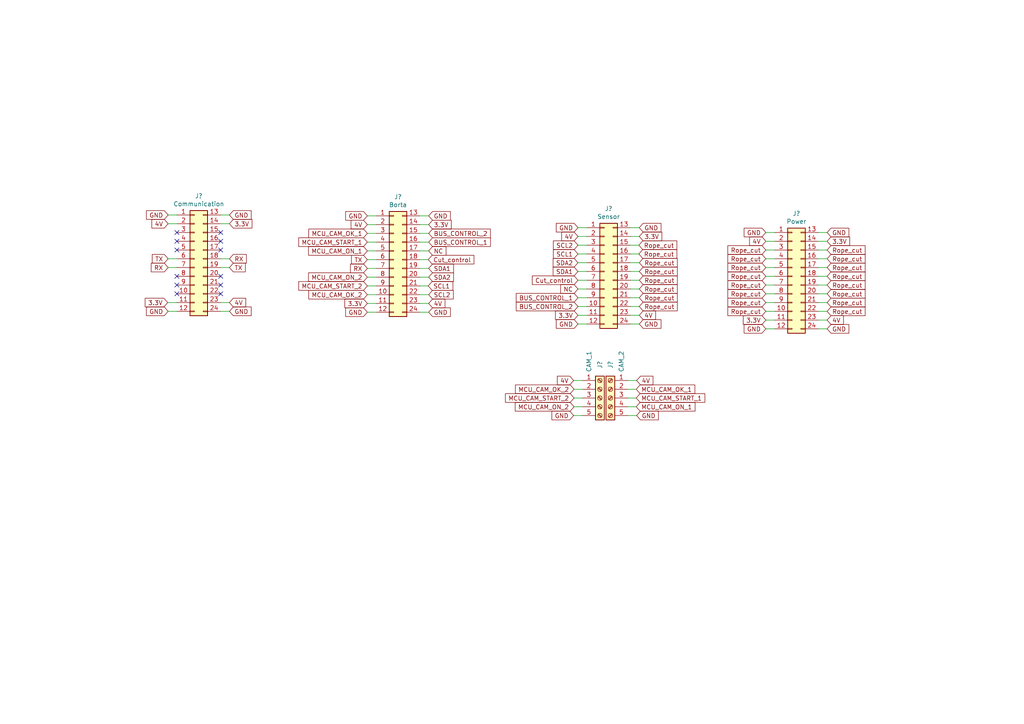
<source format=kicad_sch>
(kicad_sch (version 20211123) (generator eeschema)
  (paper "A4")
  (lib_symbols
    (symbol "Connector:Screw_Terminal_01x05" (pin_names (offset 1.016) hide)
      (property "Reference" "J" (at 0 7.62 0))
      (property "Value" "Screw_Terminal_01x05" (at 0 -7.62 0))
      (symbol "Screw_Terminal_01x05_1_1"
        (rectangle (start -1.27 6.35) (end 1.27 -6.35) (stroke (width 0.254)) (fill (type background)))
        (circle (center 0 -5.08) (radius 0.635) (stroke (width 0.1524)))
        (circle (center 0 -2.54) (radius 0.635) (stroke (width 0.1524)))
        (polyline (pts (xy -0.5334 -4.7498) (xy 0.3302 -5.588)) (stroke (width 0.1524)))
        (polyline (pts (xy -0.5334 -2.2098) (xy 0.3302 -3.048)) (stroke (width 0.1524)))
        (polyline (pts (xy -0.5334 0.3302) (xy 0.3302 -0.508)) (stroke (width 0.1524)))
        (polyline (pts (xy -0.5334 2.8702) (xy 0.3302 2.032)) (stroke (width 0.1524)))
        (polyline (pts (xy -0.5334 5.4102) (xy 0.3302 4.572)) (stroke (width 0.1524)))
        (polyline (pts (xy -0.3556 -4.572) (xy 0.508 -5.4102)) (stroke (width 0.1524)))
        (polyline (pts (xy -0.3556 -2.032) (xy 0.508 -2.8702)) (stroke (width 0.1524)))
        (polyline (pts (xy -0.3556 0.508) (xy 0.508 -0.3302)) (stroke (width 0.1524)))
        (polyline (pts (xy -0.3556 3.048) (xy 0.508 2.2098)) (stroke (width 0.1524)))
        (polyline (pts (xy -0.3556 5.588) (xy 0.508 4.7498)) (stroke (width 0.1524)))
        (circle (center 0 0) (radius 0.635) (stroke (width 0.1524)))
        (circle (center 0 2.54) (radius 0.635) (stroke (width 0.1524)))
        (circle (center 0 5.08) (radius 0.635) (stroke (width 0.1524)))
        (pin passive line (at -5.08 5.08 0) (length 3.81) (name "Pin_1") (number "1"))
        (pin passive line (at -5.08 2.54 0) (length 3.81) (name "Pin_2") (number "2"))
        (pin passive line (at -5.08 0 0) (length 3.81) (name "Pin_3") (number "3"))
        (pin passive line (at -5.08 -2.54 0) (length 3.81) (name "Pin_4") (number "4"))
        (pin passive line (at -5.08 -5.08 0) (length 3.81) (name "Pin_5") (number "5"))
      )
    )
    (symbol "Connector_Generic:Conn_02x12_Top_Bottom" (pin_names (offset 1.016) hide)
      (property "Reference" "J" (at 1.27 15.24 0))
      (property "Value" "Conn_02x12_Top_Bottom" (at 1.27 -17.78 0))
      (symbol "Conn_02x12_Top_Bottom_1_1"
        (rectangle (start -1.27 -15.113) (end 0 -15.367) (stroke (width 0.1524)))
        (rectangle (start -1.27 -12.573) (end 0 -12.827) (stroke (width 0.1524)))
        (rectangle (start -1.27 -10.033) (end 0 -10.287) (stroke (width 0.1524)))
        (rectangle (start -1.27 -7.493) (end 0 -7.747) (stroke (width 0.1524)))
        (rectangle (start -1.27 -4.953) (end 0 -5.207) (stroke (width 0.1524)))
        (rectangle (start -1.27 -2.413) (end 0 -2.667) (stroke (width 0.1524)))
        (rectangle (start -1.27 0.127) (end 0 -0.127) (stroke (width 0.1524)))
        (rectangle (start -1.27 2.667) (end 0 2.413) (stroke (width 0.1524)))
        (rectangle (start -1.27 5.207) (end 0 4.953) (stroke (width 0.1524)))
        (rectangle (start -1.27 7.747) (end 0 7.493) (stroke (width 0.1524)))
        (rectangle (start -1.27 10.287) (end 0 10.033) (stroke (width 0.1524)))
        (rectangle (start -1.27 12.827) (end 0 12.573) (stroke (width 0.1524)))
        (rectangle (start -1.27 13.97) (end 3.81 -16.51) (stroke (width 0.254)) (fill (type background)))
        (rectangle (start 3.81 -15.113) (end 2.54 -15.367) (stroke (width 0.1524)))
        (rectangle (start 3.81 -12.573) (end 2.54 -12.827) (stroke (width 0.1524)))
        (rectangle (start 3.81 -10.033) (end 2.54 -10.287) (stroke (width 0.1524)))
        (rectangle (start 3.81 -7.493) (end 2.54 -7.747) (stroke (width 0.1524)))
        (rectangle (start 3.81 -4.953) (end 2.54 -5.207) (stroke (width 0.1524)))
        (rectangle (start 3.81 -2.413) (end 2.54 -2.667) (stroke (width 0.1524)))
        (rectangle (start 3.81 0.127) (end 2.54 -0.127) (stroke (width 0.1524)))
        (rectangle (start 3.81 2.667) (end 2.54 2.413) (stroke (width 0.1524)))
        (rectangle (start 3.81 5.207) (end 2.54 4.953) (stroke (width 0.1524)))
        (rectangle (start 3.81 7.747) (end 2.54 7.493) (stroke (width 0.1524)))
        (rectangle (start 3.81 10.287) (end 2.54 10.033) (stroke (width 0.1524)))
        (rectangle (start 3.81 12.827) (end 2.54 12.573) (stroke (width 0.1524)))
        (pin passive line (at -5.08 12.7 0) (length 3.81) (name "Pin_1") (number "1"))
        (pin passive line (at -5.08 -10.16 0) (length 3.81) (name "Pin_10") (number "10"))
        (pin passive line (at -5.08 -12.7 0) (length 3.81) (name "Pin_11") (number "11"))
        (pin passive line (at -5.08 -15.24 0) (length 3.81) (name "Pin_12") (number "12"))
        (pin passive line (at 7.62 12.7 180) (length 3.81) (name "Pin_13") (number "13"))
        (pin passive line (at 7.62 10.16 180) (length 3.81) (name "Pin_14") (number "14"))
        (pin passive line (at 7.62 7.62 180) (length 3.81) (name "Pin_15") (number "15"))
        (pin passive line (at 7.62 5.08 180) (length 3.81) (name "Pin_16") (number "16"))
        (pin passive line (at 7.62 2.54 180) (length 3.81) (name "Pin_17") (number "17"))
        (pin passive line (at 7.62 0 180) (length 3.81) (name "Pin_18") (number "18"))
        (pin passive line (at 7.62 -2.54 180) (length 3.81) (name "Pin_19") (number "19"))
        (pin passive line (at -5.08 10.16 0) (length 3.81) (name "Pin_2") (number "2"))
        (pin passive line (at 7.62 -5.08 180) (length 3.81) (name "Pin_20") (number "20"))
        (pin passive line (at 7.62 -7.62 180) (length 3.81) (name "Pin_21") (number "21"))
        (pin passive line (at 7.62 -10.16 180) (length 3.81) (name "Pin_22") (number "22"))
        (pin passive line (at 7.62 -12.7 180) (length 3.81) (name "Pin_23") (number "23"))
        (pin passive line (at 7.62 -15.24 180) (length 3.81) (name "Pin_24") (number "24"))
        (pin passive line (at -5.08 7.62 0) (length 3.81) (name "Pin_3") (number "3"))
        (pin passive line (at -5.08 5.08 0) (length 3.81) (name "Pin_4") (number "4"))
        (pin passive line (at -5.08 2.54 0) (length 3.81) (name "Pin_5") (number "5"))
        (pin passive line (at -5.08 0 0) (length 3.81) (name "Pin_6") (number "6"))
        (pin passive line (at -5.08 -2.54 0) (length 3.81) (name "Pin_7") (number "7"))
        (pin passive line (at -5.08 -5.08 0) (length 3.81) (name "Pin_8") (number "8"))
        (pin passive line (at -5.08 -7.62 0) (length 3.81) (name "Pin_9") (number "9"))
      )
    )
  )
  (no_connect (at 64.008 85.217))
  (no_connect (at 51.308 80.137))
  (no_connect (at 51.308 69.977))
  (no_connect (at 64.008 69.977))
  (no_connect (at 64.008 67.437))
  (no_connect (at 64.008 80.137))
  (no_connect (at 51.308 82.677))
  (no_connect (at 51.308 85.217))
  (no_connect (at 64.008 82.677))
  (no_connect (at 51.308 67.437))
  (no_connect (at 51.308 72.517))
  (no_connect (at 64.008 72.517))
  (wire (pts (xy 184.531 112.903) (xy 182.118 112.903)))
  (wire (pts (xy 106.553 77.851) (xy 109.093 77.851)))
  (wire (pts (xy 239.903 85.217) (xy 237.363 85.217)))
  (wire (pts (xy 224.663 67.437) (xy 222.123 67.437)))
  (wire (pts (xy 48.768 62.357) (xy 51.308 62.357)))
  (wire (pts (xy 237.363 77.597) (xy 239.903 77.597)))
  (wire (pts (xy 185.293 73.66) (xy 182.88 73.66)))
  (wire (pts (xy 124.333 67.691) (xy 121.793 67.691)))
  (wire (pts (xy 237.363 87.757) (xy 239.903 87.757)))
  (wire (pts (xy 224.663 95.377) (xy 222.123 95.377)))
  (wire (pts (xy 51.308 75.057) (xy 48.768 75.057)))
  (wire (pts (xy 64.008 62.357) (xy 66.548 62.357)))
  (wire (pts (xy 185.42 88.9) (xy 182.88 88.9)))
  (wire (pts (xy 170.18 81.28) (xy 167.64 81.28)))
  (wire (pts (xy 109.093 80.391) (xy 106.553 80.391)))
  (wire (pts (xy 51.308 77.597) (xy 48.768 77.597)))
  (wire (pts (xy 106.553 88.011) (xy 109.093 88.011)))
  (wire (pts (xy 121.793 90.551) (xy 124.333 90.551)))
  (wire (pts (xy 168.91 117.983) (xy 166.497 117.983)))
  (wire (pts (xy 109.093 67.691) (xy 106.553 67.691)))
  (wire (pts (xy 66.548 87.757) (xy 64.008 87.757)))
  (wire (pts (xy 239.903 95.377) (xy 237.363 95.377)))
  (wire (pts (xy 222.123 77.597) (xy 224.663 77.597)))
  (wire (pts (xy 166.37 120.523) (xy 168.91 120.523)))
  (wire (pts (xy 239.903 90.297) (xy 237.363 90.297)))
  (wire (pts (xy 239.903 92.837) (xy 237.363 92.837)))
  (wire (pts (xy 185.42 78.74) (xy 182.88 78.74)))
  (wire (pts (xy 170.18 93.98) (xy 167.64 93.98)))
  (wire (pts (xy 182.88 86.36) (xy 185.42 86.36)))
  (wire (pts (xy 182.88 81.28) (xy 185.42 81.28)))
  (wire (pts (xy 182.88 93.98) (xy 185.42 93.98)))
  (wire (pts (xy 185.42 68.58) (xy 182.88 68.58)))
  (wire (pts (xy 182.118 117.983) (xy 184.531 117.983)))
  (wire (pts (xy 121.793 62.611) (xy 124.333 62.611)))
  (wire (pts (xy 168.91 115.443) (xy 166.497 115.443)))
  (wire (pts (xy 239.903 69.977) (xy 237.363 69.977)))
  (wire (pts (xy 166.497 112.903) (xy 168.91 112.903)))
  (wire (pts (xy 124.333 80.391) (xy 121.793 80.391)))
  (wire (pts (xy 170.18 71.12) (xy 167.64 71.12)))
  (wire (pts (xy 109.093 72.771) (xy 106.553 72.771)))
  (wire (pts (xy 167.64 68.58) (xy 170.18 68.58)))
  (wire (pts (xy 124.333 70.231) (xy 121.793 70.231)))
  (wire (pts (xy 66.548 75.057) (xy 64.008 75.057)))
  (wire (pts (xy 124.333 88.011) (xy 121.793 88.011)))
  (wire (pts (xy 121.793 85.471) (xy 124.333 85.471)))
  (wire (pts (xy 239.903 75.057) (xy 237.363 75.057)))
  (wire (pts (xy 182.88 66.04) (xy 185.42 66.04)))
  (wire (pts (xy 109.093 70.231) (xy 106.553 70.231)))
  (wire (pts (xy 222.123 82.677) (xy 224.663 82.677)))
  (wire (pts (xy 222.123 85.217) (xy 224.663 85.217)))
  (wire (pts (xy 185.42 91.44) (xy 182.88 91.44)))
  (wire (pts (xy 184.658 120.523) (xy 182.118 120.523)))
  (wire (pts (xy 167.64 76.2) (xy 170.18 76.2)))
  (wire (pts (xy 222.123 87.757) (xy 224.663 87.757)))
  (wire (pts (xy 170.18 73.66) (xy 167.64 73.66)))
  (wire (pts (xy 167.64 86.36) (xy 170.18 86.36)))
  (wire (pts (xy 106.553 75.311) (xy 109.093 75.311)))
  (wire (pts (xy 106.553 90.551) (xy 109.093 90.551)))
  (wire (pts (xy 224.663 90.297) (xy 222.123 90.297)))
  (wire (pts (xy 66.548 64.897) (xy 64.008 64.897)))
  (wire (pts (xy 185.42 76.2) (xy 182.88 76.2)))
  (wire (pts (xy 222.123 72.517) (xy 224.663 72.517)))
  (wire (pts (xy 66.548 77.597) (xy 64.008 77.597)))
  (wire (pts (xy 48.768 64.897) (xy 51.308 64.897)))
  (wire (pts (xy 106.553 65.151) (xy 109.093 65.151)))
  (wire (pts (xy 124.333 65.151) (xy 121.793 65.151)))
  (wire (pts (xy 170.18 83.82) (xy 167.64 83.82)))
  (wire (pts (xy 109.093 62.611) (xy 106.553 62.611)))
  (wire (pts (xy 185.293 71.12) (xy 182.88 71.12)))
  (wire (pts (xy 237.363 82.677) (xy 239.903 82.677)))
  (wire (pts (xy 185.42 83.82) (xy 182.88 83.82)))
  (wire (pts (xy 224.663 75.057) (xy 222.123 75.057)))
  (wire (pts (xy 222.123 69.977) (xy 224.663 69.977)))
  (wire (pts (xy 121.793 82.931) (xy 124.206 82.931)))
  (wire (pts (xy 184.658 110.363) (xy 182.118 110.363)))
  (wire (pts (xy 121.793 72.771) (xy 124.333 72.771)))
  (wire (pts (xy 237.363 72.517) (xy 239.903 72.517)))
  (wire (pts (xy 48.641 87.757) (xy 51.308 87.757)))
  (wire (pts (xy 167.64 66.04) (xy 170.18 66.04)))
  (wire (pts (xy 224.663 80.137) (xy 222.123 80.137)))
  (wire (pts (xy 167.64 91.44) (xy 170.18 91.44)))
  (wire (pts (xy 106.553 82.931) (xy 109.093 82.931)))
  (wire (pts (xy 121.793 77.851) (xy 124.333 77.851)))
  (wire (pts (xy 121.793 75.311) (xy 124.206 75.311)))
  (wire (pts (xy 109.093 85.471) (xy 106.553 85.471)))
  (wire (pts (xy 237.363 67.437) (xy 239.903 67.437)))
  (wire (pts (xy 64.008 90.297) (xy 66.548 90.297)))
  (wire (pts (xy 51.308 90.297) (xy 48.768 90.297)))
  (wire (pts (xy 182.118 115.443) (xy 184.531 115.443)))
  (wire (pts (xy 239.903 80.137) (xy 237.363 80.137)))
  (wire (pts (xy 167.64 78.74) (xy 170.18 78.74)))
  (wire (pts (xy 167.64 88.9) (xy 170.18 88.9)))
  (wire (pts (xy 166.37 110.363) (xy 168.91 110.363)))
  (wire (pts (xy 222.123 92.837) (xy 224.663 92.837)))
  (global_label "Rope_cut" (shape input) (at 239.903 82.677 0) (property "Intersheet References" "${INTERSHEET_REFS}" (effects hide)))
  (global_label "MCU_CAM_START_2" (shape input) (at 106.553 82.931 180) (property "Intersheet References" "${INTERSHEET_REFS}" (effects hide)))
  (global_label "BUS_CONTROL_1" (shape input) (at 167.64 86.36 180) (property "Intersheet References" "${INTERSHEET_REFS}" (effects hide)))
  (global_label "GND" (shape input) (at 48.768 90.297 180) (property "Intersheet References" "${INTERSHEET_REFS}" (effects hide)))
  (global_label "GND" (shape input) (at 106.553 62.611 180) (property "Intersheet References" "${INTERSHEET_REFS}" (effects hide)))
  (global_label "SCL1" (shape input) (at 167.64 73.66 180) (property "Intersheet References" "${INTERSHEET_REFS}" (effects hide)))
  (global_label "4V" (shape input) (at 166.37 110.363 180) (property "Intersheet References" "${INTERSHEET_REFS}" (effects hide)))
  (global_label "TX" (shape input) (at 48.768 75.057 180) (property "Intersheet References" "${INTERSHEET_REFS}" (effects hide)))
  (global_label "GND" (shape input) (at 124.333 62.611 0) (property "Intersheet References" "${INTERSHEET_REFS}" (effects hide)))
  (global_label "BUS_CONTROL_2" (shape input) (at 124.333 67.691 0) (property "Intersheet References" "${INTERSHEET_REFS}" (effects hide)))
  (global_label "SCL2" (shape input) (at 124.333 85.471 0) (property "Intersheet References" "${INTERSHEET_REFS}" (effects hide)))
  (global_label "Rope_cut" (shape input) (at 239.903 77.597 0) (property "Intersheet References" "${INTERSHEET_REFS}" (effects hide)))
  (global_label "GND" (shape input) (at 106.553 90.551 180) (property "Intersheet References" "${INTERSHEET_REFS}" (effects hide)))
  (global_label "Cut_control" (shape input) (at 167.64 81.28 180) (property "Intersheet References" "${INTERSHEET_REFS}" (effects hide)))
  (global_label "GND" (shape input) (at 239.903 95.377 0) (property "Intersheet References" "${INTERSHEET_REFS}" (effects hide)))
  (global_label "GND" (shape input) (at 124.333 90.551 0) (property "Intersheet References" "${INTERSHEET_REFS}" (effects hide)))
  (global_label "Rope_cut" (shape input) (at 185.42 76.2 0) (property "Intersheet References" "${INTERSHEET_REFS}" (effects hide)))
  (global_label "Rope_cut" (shape input) (at 239.903 85.217 0) (property "Intersheet References" "${INTERSHEET_REFS}" (effects hide)))
  (global_label "4V" (shape input) (at 106.553 65.151 180) (property "Intersheet References" "${INTERSHEET_REFS}" (effects hide)))
  (global_label "3.3V" (shape input) (at 239.903 69.977 0) (property "Intersheet References" "${INTERSHEET_REFS}" (effects hide)))
  (global_label "Rope_cut" (shape input) (at 222.123 75.057 180) (property "Intersheet References" "${INTERSHEET_REFS}" (effects hide)))
  (global_label "NC" (shape input) (at 124.333 72.771 0) (property "Intersheet References" "${INTERSHEET_REFS}" (effects hide)))
  (global_label "Rope_cut" (shape input) (at 185.42 86.36 0) (property "Intersheet References" "${INTERSHEET_REFS}" (effects hide)))
  (global_label "GND" (shape input) (at 222.123 67.437 180) (property "Intersheet References" "${INTERSHEET_REFS}" (effects hide)))
  (global_label "GND" (shape input) (at 66.548 90.297 0) (property "Intersheet References" "${INTERSHEET_REFS}" (effects hide)))
  (global_label "SDA2" (shape input) (at 124.333 80.391 0) (property "Intersheet References" "${INTERSHEET_REFS}" (effects hide)))
  (global_label "3.3V" (shape input) (at 167.64 91.44 180) (property "Intersheet References" "${INTERSHEET_REFS}" (effects hide)))
  (global_label "SCL1" (shape input) (at 124.206 82.931 0) (property "Intersheet References" "${INTERSHEET_REFS}" (effects hide)))
  (global_label "GND" (shape input) (at 185.42 66.04 0) (property "Intersheet References" "${INTERSHEET_REFS}" (effects hide)))
  (global_label "4V" (shape input) (at 167.64 68.58 180) (property "Intersheet References" "${INTERSHEET_REFS}" (effects hide)))
  (global_label "Cut_control" (shape input) (at 124.206 75.311 0) (property "Intersheet References" "${INTERSHEET_REFS}" (effects hide)))
  (global_label "TX" (shape input) (at 106.553 75.311 180) (property "Intersheet References" "${INTERSHEET_REFS}" (effects hide)))
  (global_label "Rope_cut" (shape input) (at 185.42 78.74 0) (property "Intersheet References" "${INTERSHEET_REFS}" (effects hide)))
  (global_label "4V" (shape input) (at 239.903 92.837 0) (property "Intersheet References" "${INTERSHEET_REFS}" (effects hide)))
  (global_label "GND" (shape input) (at 222.123 95.377 180) (property "Intersheet References" "${INTERSHEET_REFS}" (effects hide)))
  (global_label "Rope_cut" (shape input) (at 239.903 72.517 0) (property "Intersheet References" "${INTERSHEET_REFS}" (effects hide)))
  (global_label "Rope_cut" (shape input) (at 185.42 88.9 0) (property "Intersheet References" "${INTERSHEET_REFS}" (effects hide)))
  (global_label "MCU_CAM_OK_1" (shape input) (at 184.531 112.903 0) (property "Intersheet References" "${INTERSHEET_REFS}" (effects hide)))
  (global_label "Rope_cut" (shape input) (at 239.903 87.757 0) (property "Intersheet References" "${INTERSHEET_REFS}" (effects hide)))
  (global_label "MCU_CAM_OK_2" (shape input) (at 166.497 112.903 180) (property "Intersheet References" "${INTERSHEET_REFS}" (effects hide)))
  (global_label "RX" (shape input) (at 48.768 77.597 180) (property "Intersheet References" "${INTERSHEET_REFS}" (effects hide)))
  (global_label "MCU_CAM_OK_1" (shape input) (at 106.553 67.691 180) (property "Intersheet References" "${INTERSHEET_REFS}" (effects hide)))
  (global_label "Rope_cut" (shape input) (at 185.293 73.66 0) (property "Intersheet References" "${INTERSHEET_REFS}" (effects hide)))
  (global_label "Rope_cut" (shape input) (at 222.123 87.757 180) (property "Intersheet References" "${INTERSHEET_REFS}" (effects hide)))
  (global_label "SDA1" (shape input) (at 124.333 77.851 0) (property "Intersheet References" "${INTERSHEET_REFS}" (effects hide)))
  (global_label "NC" (shape input) (at 167.64 83.82 180) (property "Intersheet References" "${INTERSHEET_REFS}" (effects hide)))
  (global_label "GND" (shape input) (at 166.37 120.523 180) (property "Intersheet References" "${INTERSHEET_REFS}" (effects hide)))
  (global_label "Rope_cut" (shape input) (at 222.123 85.217 180) (property "Intersheet References" "${INTERSHEET_REFS}" (effects hide)))
  (global_label "Rope_cut" (shape input) (at 239.903 75.057 0) (property "Intersheet References" "${INTERSHEET_REFS}" (effects hide)))
  (global_label "GND" (shape input) (at 48.768 62.357 180) (property "Intersheet References" "${INTERSHEET_REFS}" (effects hide)))
  (global_label "GND" (shape input) (at 185.42 93.98 0) (property "Intersheet References" "${INTERSHEET_REFS}" (effects hide)))
  (global_label "RX" (shape input) (at 66.548 75.057 0) (property "Intersheet References" "${INTERSHEET_REFS}" (effects hide)))
  (global_label "Rope_cut" (shape input) (at 222.123 80.137 180) (property "Intersheet References" "${INTERSHEET_REFS}" (effects hide)))
  (global_label "Rope_cut" (shape input) (at 222.123 77.597 180) (property "Intersheet References" "${INTERSHEET_REFS}" (effects hide)))
  (global_label "3.3V" (shape input) (at 124.333 65.151 0) (property "Intersheet References" "${INTERSHEET_REFS}" (effects hide)))
  (global_label "3.3V" (shape input) (at 48.641 87.757 180) (property "Intersheet References" "${INTERSHEET_REFS}" (effects hide)))
  (global_label "MCU_CAM_ON_1" (shape input) (at 184.531 117.983 0) (property "Intersheet References" "${INTERSHEET_REFS}" (effects hide)))
  (global_label "4V" (shape input) (at 48.768 64.897 180) (property "Intersheet References" "${INTERSHEET_REFS}" (effects hide)))
  (global_label "BUS_CONTROL_1" (shape input) (at 124.333 70.231 0) (property "Intersheet References" "${INTERSHEET_REFS}" (effects hide)))
  (global_label "TX" (shape input) (at 66.548 77.597 0) (property "Intersheet References" "${INTERSHEET_REFS}" (effects hide)))
  (global_label "SCL2" (shape input) (at 167.64 71.12 180) (property "Intersheet References" "${INTERSHEET_REFS}" (effects hide)))
  (global_label "SDA1" (shape input) (at 167.64 78.74 180) (property "Intersheet References" "${INTERSHEET_REFS}" (effects hide)))
  (global_label "GND" (shape input) (at 167.64 66.04 180) (property "Intersheet References" "${INTERSHEET_REFS}" (effects hide)))
  (global_label "MCU_CAM_START_1" (shape input) (at 106.553 70.231 180) (property "Intersheet References" "${INTERSHEET_REFS}" (effects hide)))
  (global_label "MCU_CAM_ON_2" (shape input) (at 166.497 117.983 180) (property "Intersheet References" "${INTERSHEET_REFS}" (effects hide)))
  (global_label "MCU_CAM_START_2" (shape input) (at 166.497 115.443 180) (property "Intersheet References" "${INTERSHEET_REFS}" (effects hide)))
  (global_label "MCU_CAM_ON_1" (shape input) (at 106.553 72.771 180) (property "Intersheet References" "${INTERSHEET_REFS}" (effects hide)))
  (global_label "3.3V" (shape input) (at 185.42 68.58 0) (property "Intersheet References" "${INTERSHEET_REFS}" (effects hide)))
  (global_label "Rope_cut" (shape input) (at 185.42 81.28 0) (property "Intersheet References" "${INTERSHEET_REFS}" (effects hide)))
  (global_label "BUS_CONTROL_2" (shape input) (at 167.64 88.9 180) (property "Intersheet References" "${INTERSHEET_REFS}" (effects hide)))
  (global_label "GND" (shape input) (at 239.903 67.437 0) (property "Intersheet References" "${INTERSHEET_REFS}" (effects hide)))
  (global_label "Rope_cut" (shape input) (at 239.903 90.297 0) (property "Intersheet References" "${INTERSHEET_REFS}" (effects hide)))
  (global_label "4V" (shape input) (at 222.123 69.977 180) (property "Intersheet References" "${INTERSHEET_REFS}" (effects hide)))
  (global_label "Rope_cut" (shape input) (at 222.123 82.677 180) (property "Intersheet References" "${INTERSHEET_REFS}" (effects hide)))
  (global_label "GND" (shape input) (at 66.548 62.357 0) (property "Intersheet References" "${INTERSHEET_REFS}" (effects hide)))
  (global_label "3.3V" (shape input) (at 222.123 92.837 180) (property "Intersheet References" "${INTERSHEET_REFS}" (effects hide)))
  (global_label "Rope_cut" (shape input) (at 222.123 90.297 180) (property "Intersheet References" "${INTERSHEET_REFS}" (effects hide)))
  (global_label "Rope_cut" (shape input) (at 185.42 83.82 0) (property "Intersheet References" "${INTERSHEET_REFS}" (effects hide)))
  (global_label "4V" (shape input) (at 124.333 88.011 0) (property "Intersheet References" "${INTERSHEET_REFS}" (effects hide)))
  (global_label "GND" (shape input) (at 167.64 93.98 180) (property "Intersheet References" "${INTERSHEET_REFS}" (effects hide)))
  (global_label "Rope_cut" (shape input) (at 222.123 72.517 180) (property "Intersheet References" "${INTERSHEET_REFS}" (effects hide)))
  (global_label "MCU_CAM_OK_2" (shape input) (at 106.553 85.471 180) (property "Intersheet References" "${INTERSHEET_REFS}" (effects hide)))
  (global_label "3.3V" (shape input) (at 106.553 88.011 180) (property "Intersheet References" "${INTERSHEET_REFS}" (effects hide)))
  (global_label "Rope_cut" (shape input) (at 239.903 80.137 0) (property "Intersheet References" "${INTERSHEET_REFS}" (effects hide)))
  (global_label "3.3V" (shape input) (at 66.548 64.897 0) (property "Intersheet References" "${INTERSHEET_REFS}" (effects hide)))
  (global_label "4V" (shape input) (at 184.658 110.363 0) (property "Intersheet References" "${INTERSHEET_REFS}" (effects hide)))
  (global_label "MCU_CAM_START_1" (shape input) (at 184.531 115.443 0) (property "Intersheet References" "${INTERSHEET_REFS}" (effects hide)))
  (global_label "SDA2" (shape input) (at 167.64 76.2 180) (property "Intersheet References" "${INTERSHEET_REFS}" (effects hide)))
  (global_label "4V" (shape input) (at 66.548 87.757 0) (property "Intersheet References" "${INTERSHEET_REFS}" (effects hide)))
  (global_label "Rope_cut" (shape input) (at 185.293 71.12 0) (property "Intersheet References" "${INTERSHEET_REFS}" (effects hide)))
  (global_label "MCU_CAM_ON_2" (shape input) (at 106.553 80.391 180) (property "Intersheet References" "${INTERSHEET_REFS}" (effects hide)))
  (global_label "RX" (shape input) (at 106.553 77.851 180) (property "Intersheet References" "${INTERSHEET_REFS}" (effects hide)))
  (global_label "GND" (shape input) (at 184.658 120.523 0) (property "Intersheet References" "${INTERSHEET_REFS}" (effects hide)))
  (global_label "4V" (shape input) (at 185.42 91.44 0) (property "Intersheet References" "${INTERSHEET_REFS}" (effects hide)))
  (symbol (lib_id "Connector_Generic:Conn_02x12_Top_Bottom") (at 114.173 75.311 0) (unit 1)
    (property "Reference" "J?" (at 115.443 57.0992 0))
    (property "Value" "Borta" (at 115.443 59.4106 0))
    (property "Footprint" "LOCAL:PinHeader_2x12_P2.54mm_Vertical" (effects hide))
  )
  (symbol (lib_id "Connector:Screw_Terminal_01x05") (at 177.038 115.443 0) (mirror y) (unit 1)
    (property "Reference" "J?" (at 177.038 106.934 90) (effects (justify left)))
    (property "Value" "CAM_2" (at 180.213 107.95 90) (effects (justify left)))
    (property "Footprint" "5_pin_connector:HDRV5W114P0X396_1X5_1974X850X1070P" (effects hide))
  )
  (symbol (lib_id "Connector_Generic:Conn_02x12_Top_Bottom") (at 229.743 80.137 0) (unit 1)
    (property "Reference" "J?" (at 231.013 61.9252 0))
    (property "Value" "Power" (at 231.013 64.2366 0))
    (property "Footprint" "LOCAL:PinHeader_2x12_P2.54mm_Vertical" (effects hide))
  )
  (symbol (lib_id "Connector_Generic:Conn_02x12_Top_Bottom") (at 175.26 78.74 0) (unit 1)
    (property "Reference" "J?" (at 176.53 60.5282 0))
    (property "Value" "Sensor" (at 176.53 62.8396 0))
    (property "Footprint" "LOCAL:PinHeader_2x12_P2.54mm_Vertical" (effects hide))
  )
  (symbol (lib_id "Connector_Generic:Conn_02x12_Top_Bottom") (at 56.388 75.057 0) (unit 1)
    (property "Reference" "J?" (at 57.658 56.8452 0))
    (property "Value" "Communication" (at 57.658 59.1566 0))
    (property "Footprint" "LOCAL:PinHeader_2x12_P2.54mm_Vertical" (effects hide))
  )
  (symbol (lib_id "Connector:Screw_Terminal_01x05") (at 173.99 115.443 0) (unit 1)
    (property "Reference" "J?" (at 173.99 106.934 90) (effects (justify left)))
    (property "Value" "CAM_1" (at 170.815 107.95 90) (effects (justify left)))
    (property "Footprint" "5_pin_connector:HDRV5W114P0X396_1X5_1974X850X1070P" (effects hide))
  )
)
</source>
